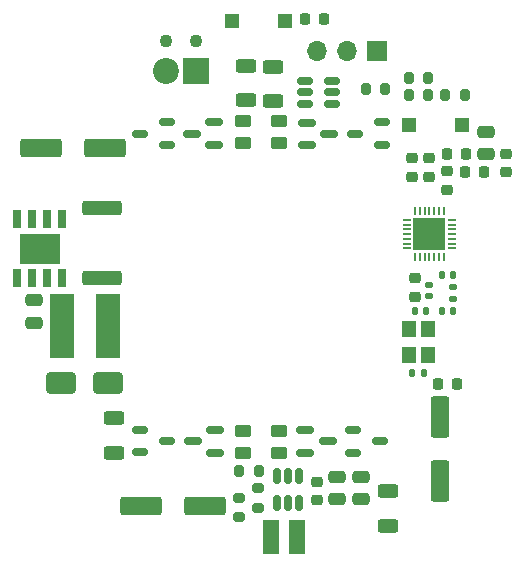
<source format=gbr>
%TF.GenerationSoftware,KiCad,Pcbnew,8.0.1*%
%TF.CreationDate,2025-09-12T21:56:14+04:00*%
%TF.ProjectId,Neopixel_project_v3.0,4e656f70-6978-4656-9c5f-70726f6a6563,v3.0*%
%TF.SameCoordinates,Original*%
%TF.FileFunction,Soldermask,Top*%
%TF.FilePolarity,Negative*%
%FSLAX46Y46*%
G04 Gerber Fmt 4.6, Leading zero omitted, Abs format (unit mm)*
G04 Created by KiCad (PCBNEW 8.0.1) date 2025-09-12 21:56:14*
%MOMM*%
%LPD*%
G01*
G04 APERTURE LIST*
G04 Aperture macros list*
%AMRoundRect*
0 Rectangle with rounded corners*
0 $1 Rounding radius*
0 $2 $3 $4 $5 $6 $7 $8 $9 X,Y pos of 4 corners*
0 Add a 4 corners polygon primitive as box body*
4,1,4,$2,$3,$4,$5,$6,$7,$8,$9,$2,$3,0*
0 Add four circle primitives for the rounded corners*
1,1,$1+$1,$2,$3*
1,1,$1+$1,$4,$5*
1,1,$1+$1,$6,$7*
1,1,$1+$1,$8,$9*
0 Add four rect primitives between the rounded corners*
20,1,$1+$1,$2,$3,$4,$5,0*
20,1,$1+$1,$4,$5,$6,$7,0*
20,1,$1+$1,$6,$7,$8,$9,0*
20,1,$1+$1,$8,$9,$2,$3,0*%
G04 Aperture macros list end*
%ADD10RoundRect,0.200000X0.200000X0.275000X-0.200000X0.275000X-0.200000X-0.275000X0.200000X-0.275000X0*%
%ADD11RoundRect,0.140000X-0.170000X0.140000X-0.170000X-0.140000X0.170000X-0.140000X0.170000X0.140000X0*%
%ADD12RoundRect,0.250000X-0.625000X0.312500X-0.625000X-0.312500X0.625000X-0.312500X0.625000X0.312500X0*%
%ADD13RoundRect,0.150000X-0.150000X0.512500X-0.150000X-0.512500X0.150000X-0.512500X0.150000X0.512500X0*%
%ADD14RoundRect,0.250000X0.550000X-1.500000X0.550000X1.500000X-0.550000X1.500000X-0.550000X-1.500000X0*%
%ADD15RoundRect,0.250000X0.625000X-0.312500X0.625000X0.312500X-0.625000X0.312500X-0.625000X-0.312500X0*%
%ADD16RoundRect,0.150000X0.587500X0.150000X-0.587500X0.150000X-0.587500X-0.150000X0.587500X-0.150000X0*%
%ADD17RoundRect,0.225000X0.250000X-0.225000X0.250000X0.225000X-0.250000X0.225000X-0.250000X-0.225000X0*%
%ADD18R,1.400000X3.000000*%
%ADD19RoundRect,0.250000X-0.450000X0.262500X-0.450000X-0.262500X0.450000X-0.262500X0.450000X0.262500X0*%
%ADD20RoundRect,0.250000X0.475000X-0.250000X0.475000X0.250000X-0.475000X0.250000X-0.475000X-0.250000X0*%
%ADD21RoundRect,0.150000X-0.512500X-0.150000X0.512500X-0.150000X0.512500X0.150000X-0.512500X0.150000X0*%
%ADD22RoundRect,0.200000X-0.200000X-0.275000X0.200000X-0.275000X0.200000X0.275000X-0.200000X0.275000X0*%
%ADD23RoundRect,0.225000X-0.225000X-0.250000X0.225000X-0.250000X0.225000X0.250000X-0.225000X0.250000X0*%
%ADD24RoundRect,0.200000X-0.275000X0.200000X-0.275000X-0.200000X0.275000X-0.200000X0.275000X0.200000X0*%
%ADD25RoundRect,0.225000X-0.250000X0.225000X-0.250000X-0.225000X0.250000X-0.225000X0.250000X0.225000X0*%
%ADD26R,1.200000X1.400000*%
%ADD27RoundRect,0.150000X-0.587500X-0.150000X0.587500X-0.150000X0.587500X0.150000X-0.587500X0.150000X0*%
%ADD28RoundRect,0.140000X0.140000X0.170000X-0.140000X0.170000X-0.140000X-0.170000X0.140000X-0.170000X0*%
%ADD29RoundRect,0.150000X0.512500X0.150000X-0.512500X0.150000X-0.512500X-0.150000X0.512500X-0.150000X0*%
%ADD30RoundRect,0.140000X-0.140000X-0.170000X0.140000X-0.170000X0.140000X0.170000X-0.140000X0.170000X0*%
%ADD31RoundRect,0.250000X1.000000X0.650000X-1.000000X0.650000X-1.000000X-0.650000X1.000000X-0.650000X0*%
%ADD32RoundRect,0.218750X-0.256250X0.218750X-0.256250X-0.218750X0.256250X-0.218750X0.256250X0.218750X0*%
%ADD33RoundRect,0.250000X-1.500000X-0.550000X1.500000X-0.550000X1.500000X0.550000X-1.500000X0.550000X0*%
%ADD34RoundRect,0.200000X0.275000X-0.200000X0.275000X0.200000X-0.275000X0.200000X-0.275000X-0.200000X0*%
%ADD35C,1.100000*%
%ADD36R,2.200000X2.200000*%
%ADD37C,2.200000*%
%ADD38RoundRect,0.250000X0.450000X-0.262500X0.450000X0.262500X-0.450000X0.262500X-0.450000X-0.262500X0*%
%ADD39R,2.150000X5.500000*%
%ADD40RoundRect,0.250000X1.425000X-0.362500X1.425000X0.362500X-1.425000X0.362500X-1.425000X-0.362500X0*%
%ADD41R,0.762000X0.203200*%
%ADD42R,0.203200X0.762000*%
%ADD43R,2.794000X2.794000*%
%ADD44RoundRect,0.218750X0.218750X0.256250X-0.218750X0.256250X-0.218750X-0.256250X0.218750X-0.256250X0*%
%ADD45R,1.244600X1.244600*%
%ADD46R,1.700000X1.700000*%
%ADD47O,1.700000X1.700000*%
%ADD48RoundRect,0.250000X-0.475000X0.250000X-0.475000X-0.250000X0.475000X-0.250000X0.475000X0.250000X0*%
%ADD49RoundRect,0.147500X-0.172500X0.147500X-0.172500X-0.147500X0.172500X-0.147500X0.172500X0.147500X0*%
%ADD50R,0.802000X1.505000*%
%ADD51R,3.502000X2.613000*%
G04 APERTURE END LIST*
D10*
%TO.C,R17*%
X103650000Y-82625000D03*
X102000000Y-82625000D03*
%TD*%
D11*
%TO.C,C5*%
X118100000Y-66890000D03*
X118100000Y-67850000D03*
%TD*%
D12*
%TO.C,R1*%
X102600000Y-48350000D03*
X102600000Y-51275000D03*
%TD*%
D13*
%TO.C,U3*%
X107050000Y-83100000D03*
X106100000Y-83100000D03*
X105150000Y-83100000D03*
X105150000Y-85375000D03*
X106100000Y-85375000D03*
X107050000Y-85375000D03*
%TD*%
D14*
%TO.C,C14*%
X118950000Y-83500000D03*
X118950000Y-78100000D03*
%TD*%
D15*
%TO.C,R5*%
X114600000Y-87275000D03*
X114600000Y-84350000D03*
%TD*%
D16*
%TO.C,Q4*%
X99975000Y-81100000D03*
X99975000Y-79200000D03*
X98100000Y-80150000D03*
%TD*%
D17*
%TO.C,C10*%
X119600000Y-58850000D03*
X119600000Y-57300000D03*
%TD*%
D18*
%TO.C,L3*%
X106900000Y-88225000D03*
X104700000Y-88225000D03*
%TD*%
D19*
%TO.C,R2*%
X102350000Y-53025000D03*
X102350000Y-54850000D03*
%TD*%
D20*
%TO.C,C15*%
X112300000Y-85025000D03*
X112300000Y-83125000D03*
%TD*%
D21*
%TO.C,Q7*%
X111650000Y-79200000D03*
X111650000Y-81100000D03*
X113925000Y-80150000D03*
%TD*%
D22*
%TO.C,R10*%
X119450000Y-50850000D03*
X121100000Y-50850000D03*
%TD*%
D23*
%TO.C,C9*%
X119600000Y-55850000D03*
X121150000Y-55850000D03*
%TD*%
D21*
%TO.C,Q8*%
X93612500Y-79150000D03*
X93612500Y-81050000D03*
X95887500Y-80100000D03*
%TD*%
D24*
%TO.C,R16*%
X103550000Y-84125000D03*
X103550000Y-85775000D03*
%TD*%
D25*
%TO.C,C13*%
X108550000Y-83575000D03*
X108550000Y-85125000D03*
%TD*%
D26*
%TO.C,Y1*%
X117950000Y-72800000D03*
X117950000Y-70600000D03*
X116350000Y-70600000D03*
X116350000Y-72800000D03*
%TD*%
D27*
%TO.C,Q2*%
X107725000Y-53200000D03*
X107725000Y-55100000D03*
X109600000Y-54150000D03*
%TD*%
D28*
%TO.C,C19*%
X120080000Y-66100000D03*
X119120000Y-66100000D03*
%TD*%
%TO.C,C18*%
X117600000Y-74350000D03*
X116640000Y-74350000D03*
%TD*%
D29*
%TO.C,Q5*%
X95850000Y-55050000D03*
X95850000Y-53150000D03*
X93575000Y-54100000D03*
%TD*%
D30*
%TO.C,C17*%
X116850000Y-69100000D03*
X117810000Y-69100000D03*
%TD*%
D31*
%TO.C,D5*%
X90875000Y-75200000D03*
X86875000Y-75200000D03*
%TD*%
D32*
%TO.C,L4*%
X116850000Y-66350000D03*
X116850000Y-67925000D03*
%TD*%
D12*
%TO.C,R7*%
X91350000Y-78175000D03*
X91350000Y-81100000D03*
%TD*%
D33*
%TO.C,C1*%
X85200000Y-55350000D03*
X90600000Y-55350000D03*
%TD*%
D21*
%TO.C,U4*%
X107575000Y-49650000D03*
X107575000Y-50600000D03*
X107575000Y-51550000D03*
X109850000Y-51550000D03*
X109850000Y-50600000D03*
X109850000Y-49650000D03*
%TD*%
D10*
%TO.C,R11*%
X118000000Y-50850000D03*
X116350000Y-50850000D03*
%TD*%
D23*
%TO.C,C4*%
X118850000Y-75325000D03*
X120400000Y-75325000D03*
%TD*%
D22*
%TO.C,R9*%
X116350000Y-49350000D03*
X118000000Y-49350000D03*
%TD*%
D23*
%TO.C,C11*%
X107600000Y-44350000D03*
X109150000Y-44350000D03*
%TD*%
D34*
%TO.C,R15*%
X102000000Y-86575000D03*
X102000000Y-84925000D03*
%TD*%
D17*
%TO.C,C7*%
X116600000Y-57750000D03*
X116600000Y-56200000D03*
%TD*%
D12*
%TO.C,R3*%
X104850000Y-48425000D03*
X104850000Y-51350000D03*
%TD*%
D35*
%TO.C,J3*%
X98350000Y-46260000D03*
X95810000Y-46260000D03*
D36*
X98350000Y-48800000D03*
D37*
X95810000Y-48800000D03*
%TD*%
D38*
%TO.C,R4*%
X105350000Y-54850000D03*
X105350000Y-53025000D03*
%TD*%
D39*
%TO.C,L1*%
X90875000Y-70350000D03*
X87025000Y-70350000D03*
%TD*%
D40*
%TO.C,R22*%
X90350000Y-66350000D03*
X90350000Y-60425000D03*
%TD*%
D20*
%TO.C,C3*%
X84600000Y-70100000D03*
X84600000Y-68200000D03*
%TD*%
D38*
%TO.C,R6*%
X105350000Y-81100000D03*
X105350000Y-79275000D03*
%TD*%
D17*
%TO.C,C6*%
X118100000Y-57750000D03*
X118100000Y-56200000D03*
%TD*%
D25*
%TO.C,C12*%
X124600000Y-55800000D03*
X124600000Y-57350000D03*
%TD*%
D16*
%TO.C,Q1*%
X99850000Y-55050000D03*
X99850000Y-53150000D03*
X97975000Y-54100000D03*
%TD*%
D41*
%TO.C,U1*%
X120017700Y-63800000D03*
X120017700Y-63400001D03*
X120017700Y-62999999D03*
X120017700Y-62600000D03*
X120017700Y-62200001D03*
X120017700Y-61799999D03*
X120017700Y-61400000D03*
D42*
X119300000Y-60682300D03*
X118900001Y-60682300D03*
X118499999Y-60682300D03*
X118100000Y-60682300D03*
X117700001Y-60682300D03*
X117299999Y-60682300D03*
X116900000Y-60682300D03*
D41*
X116182300Y-61400000D03*
X116182300Y-61799999D03*
X116182300Y-62200001D03*
X116182300Y-62600000D03*
X116182300Y-62999999D03*
X116182300Y-63400001D03*
X116182300Y-63800000D03*
D42*
X116900000Y-64517700D03*
X117299999Y-64517700D03*
X117700001Y-64517700D03*
X118100000Y-64517700D03*
X118499999Y-64517700D03*
X118900001Y-64517700D03*
X119300000Y-64517700D03*
D43*
X118100000Y-62600000D03*
%TD*%
D27*
%TO.C,Q3*%
X107600000Y-79200000D03*
X107600000Y-81100000D03*
X109475000Y-80150000D03*
%TD*%
D44*
%TO.C,L2*%
X122675000Y-57350000D03*
X121100000Y-57350000D03*
%TD*%
D45*
%TO.C,SW2*%
X101379600Y-44600000D03*
X105850000Y-44600000D03*
%TD*%
D20*
%TO.C,C16*%
X110300000Y-85025000D03*
X110300000Y-83125000D03*
%TD*%
D29*
%TO.C,Q6*%
X114100000Y-55050000D03*
X114100000Y-53150000D03*
X111825000Y-54100000D03*
%TD*%
D46*
%TO.C,J1*%
X113625000Y-47100000D03*
D47*
X111085000Y-47100000D03*
X108545000Y-47100000D03*
%TD*%
D48*
%TO.C,C8*%
X122850000Y-53950000D03*
X122850000Y-55850000D03*
%TD*%
D28*
%TO.C,C20*%
X120100000Y-69100000D03*
X119140000Y-69100000D03*
%TD*%
D49*
%TO.C,L5*%
X120100000Y-67100000D03*
X120100000Y-68070000D03*
%TD*%
D10*
%TO.C,R12*%
X114350000Y-50350000D03*
X112700000Y-50350000D03*
%TD*%
D45*
%TO.C,SW1*%
X116350000Y-53350000D03*
X120820400Y-53350000D03*
%TD*%
D19*
%TO.C,R8*%
X102350000Y-79275000D03*
X102350000Y-81100000D03*
%TD*%
D50*
%TO.C,U2*%
X87005000Y-61352500D03*
X85735000Y-61352500D03*
X84465000Y-61352500D03*
X83195000Y-61352500D03*
X83195000Y-66347500D03*
X84465000Y-66347500D03*
X85735000Y-66347500D03*
X87005000Y-66347500D03*
D51*
X85100000Y-63850000D03*
%TD*%
D33*
%TO.C,C2*%
X93700000Y-85600000D03*
X99100000Y-85600000D03*
%TD*%
M02*

</source>
